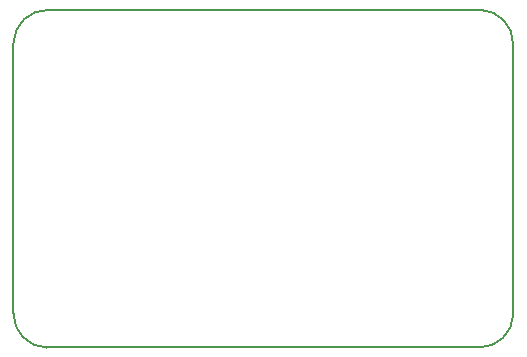
<source format=gm1>
G04*
G04 #@! TF.GenerationSoftware,Altium Limited,Altium Designer,19.1.2 (11)*
G04*
G04 Layer_Color=16711935*
%FSLAX25Y25*%
%MOIN*%
G70*
G01*
G75*
%ADD19C,0.00600*%
D19*
X11500Y112500D02*
G03*
X-68Y101435I-252J-11316D01*
G01*
X166500Y101000D02*
G03*
X155435Y112568I-11316J252D01*
G01*
X155000Y0D02*
G03*
X166568Y11065I252J11316D01*
G01*
X-66Y11502D02*
G03*
X10999Y-66I11316J-252D01*
G01*
X-66Y11502D02*
Y101435D01*
X10932Y0D02*
X155000D01*
X166500Y11065D02*
Y101000D01*
X11500Y112500D02*
X155435D01*
M02*

</source>
